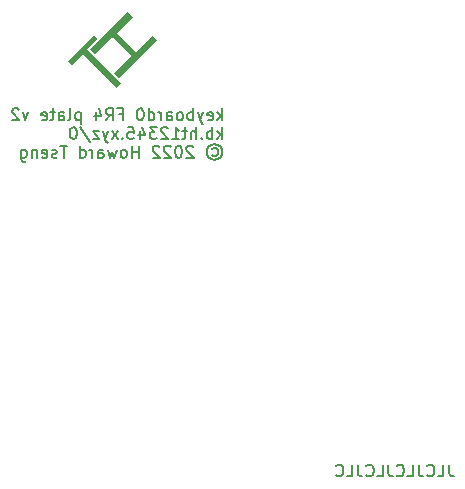
<source format=gbo>
%TF.GenerationSoftware,KiCad,Pcbnew,(5.1.10)-1*%
%TF.CreationDate,2022-01-16T21:07:38-05:00*%
%TF.ProjectId,custom_keyboard plate v2,63757374-6f6d-45f6-9b65-79626f617264,rev?*%
%TF.SameCoordinates,Original*%
%TF.FileFunction,Legend,Bot*%
%TF.FilePolarity,Positive*%
%FSLAX46Y46*%
G04 Gerber Fmt 4.6, Leading zero omitted, Abs format (unit mm)*
G04 Created by KiCad (PCBNEW (5.1.10)-1) date 2022-01-16 21:07:38*
%MOMM*%
%LPD*%
G01*
G04 APERTURE LIST*
%ADD10C,0.150000*%
%ADD11C,0.100000*%
G04 APERTURE END LIST*
D10*
X441154047Y-290740280D02*
X441154047Y-291454566D01*
X441201666Y-291597423D01*
X441296904Y-291692661D01*
X441439761Y-291740280D01*
X441535000Y-291740280D01*
X440201666Y-291740280D02*
X440677857Y-291740280D01*
X440677857Y-290740280D01*
X439296904Y-291645042D02*
X439344523Y-291692661D01*
X439487380Y-291740280D01*
X439582619Y-291740280D01*
X439725476Y-291692661D01*
X439820714Y-291597423D01*
X439868333Y-291502185D01*
X439915952Y-291311709D01*
X439915952Y-291168852D01*
X439868333Y-290978376D01*
X439820714Y-290883138D01*
X439725476Y-290787900D01*
X439582619Y-290740280D01*
X439487380Y-290740280D01*
X439344523Y-290787900D01*
X439296904Y-290835519D01*
X438582619Y-290740280D02*
X438582619Y-291454566D01*
X438630238Y-291597423D01*
X438725476Y-291692661D01*
X438868333Y-291740280D01*
X438963571Y-291740280D01*
X437630238Y-291740280D02*
X438106428Y-291740280D01*
X438106428Y-290740280D01*
X436725476Y-291645042D02*
X436773095Y-291692661D01*
X436915952Y-291740280D01*
X437011190Y-291740280D01*
X437154047Y-291692661D01*
X437249285Y-291597423D01*
X437296904Y-291502185D01*
X437344523Y-291311709D01*
X437344523Y-291168852D01*
X437296904Y-290978376D01*
X437249285Y-290883138D01*
X437154047Y-290787900D01*
X437011190Y-290740280D01*
X436915952Y-290740280D01*
X436773095Y-290787900D01*
X436725476Y-290835519D01*
X436011190Y-290740280D02*
X436011190Y-291454566D01*
X436058809Y-291597423D01*
X436154047Y-291692661D01*
X436296904Y-291740280D01*
X436392142Y-291740280D01*
X435058809Y-291740280D02*
X435535000Y-291740280D01*
X435535000Y-290740280D01*
X434154047Y-291645042D02*
X434201666Y-291692661D01*
X434344523Y-291740280D01*
X434439761Y-291740280D01*
X434582619Y-291692661D01*
X434677857Y-291597423D01*
X434725476Y-291502185D01*
X434773095Y-291311709D01*
X434773095Y-291168852D01*
X434725476Y-290978376D01*
X434677857Y-290883138D01*
X434582619Y-290787900D01*
X434439761Y-290740280D01*
X434344523Y-290740280D01*
X434201666Y-290787900D01*
X434154047Y-290835519D01*
X433439761Y-290740280D02*
X433439761Y-291454566D01*
X433487380Y-291597423D01*
X433582619Y-291692661D01*
X433725476Y-291740280D01*
X433820714Y-291740280D01*
X432487380Y-291740280D02*
X432963571Y-291740280D01*
X432963571Y-290740280D01*
X431582619Y-291645042D02*
X431630238Y-291692661D01*
X431773095Y-291740280D01*
X431868333Y-291740280D01*
X432011190Y-291692661D01*
X432106428Y-291597423D01*
X432154047Y-291502185D01*
X432201666Y-291311709D01*
X432201666Y-291168852D01*
X432154047Y-290978376D01*
X432106428Y-290883138D01*
X432011190Y-290787900D01*
X431868333Y-290740280D01*
X431773095Y-290740280D01*
X431630238Y-290787900D01*
X431582619Y-290835519D01*
X421103280Y-263992576D02*
X421198519Y-263944957D01*
X421388995Y-263944957D01*
X421484233Y-263992576D01*
X421579471Y-264087814D01*
X421627090Y-264183052D01*
X421627090Y-264373528D01*
X421579471Y-264468766D01*
X421484233Y-264564004D01*
X421388995Y-264611623D01*
X421198519Y-264611623D01*
X421103280Y-264564004D01*
X421293757Y-263611623D02*
X421531852Y-263659242D01*
X421769947Y-263802100D01*
X421912804Y-264040195D01*
X421960423Y-264278290D01*
X421912804Y-264516385D01*
X421769947Y-264754480D01*
X421531852Y-264897338D01*
X421293757Y-264944957D01*
X421055661Y-264897338D01*
X420817566Y-264754480D01*
X420674709Y-264516385D01*
X420627090Y-264278290D01*
X420674709Y-264040195D01*
X420817566Y-263802100D01*
X421055661Y-263659242D01*
X421293757Y-263611623D01*
X419484233Y-263849719D02*
X419436614Y-263802100D01*
X419341376Y-263754480D01*
X419103280Y-263754480D01*
X419008042Y-263802100D01*
X418960423Y-263849719D01*
X418912804Y-263944957D01*
X418912804Y-264040195D01*
X418960423Y-264183052D01*
X419531852Y-264754480D01*
X418912804Y-264754480D01*
X418293757Y-263754480D02*
X418198519Y-263754480D01*
X418103280Y-263802100D01*
X418055661Y-263849719D01*
X418008042Y-263944957D01*
X417960423Y-264135433D01*
X417960423Y-264373528D01*
X418008042Y-264564004D01*
X418055661Y-264659242D01*
X418103280Y-264706861D01*
X418198519Y-264754480D01*
X418293757Y-264754480D01*
X418388995Y-264706861D01*
X418436614Y-264659242D01*
X418484233Y-264564004D01*
X418531852Y-264373528D01*
X418531852Y-264135433D01*
X418484233Y-263944957D01*
X418436614Y-263849719D01*
X418388995Y-263802100D01*
X418293757Y-263754480D01*
X417579471Y-263849719D02*
X417531852Y-263802100D01*
X417436614Y-263754480D01*
X417198519Y-263754480D01*
X417103280Y-263802100D01*
X417055661Y-263849719D01*
X417008042Y-263944957D01*
X417008042Y-264040195D01*
X417055661Y-264183052D01*
X417627090Y-264754480D01*
X417008042Y-264754480D01*
X416627090Y-263849719D02*
X416579471Y-263802100D01*
X416484233Y-263754480D01*
X416246138Y-263754480D01*
X416150900Y-263802100D01*
X416103280Y-263849719D01*
X416055661Y-263944957D01*
X416055661Y-264040195D01*
X416103280Y-264183052D01*
X416674709Y-264754480D01*
X416055661Y-264754480D01*
X414865185Y-264754480D02*
X414865185Y-263754480D01*
X414865185Y-264230671D02*
X414293757Y-264230671D01*
X414293757Y-264754480D02*
X414293757Y-263754480D01*
X413674709Y-264754480D02*
X413769947Y-264706861D01*
X413817566Y-264659242D01*
X413865185Y-264564004D01*
X413865185Y-264278290D01*
X413817566Y-264183052D01*
X413769947Y-264135433D01*
X413674709Y-264087814D01*
X413531852Y-264087814D01*
X413436614Y-264135433D01*
X413388995Y-264183052D01*
X413341376Y-264278290D01*
X413341376Y-264564004D01*
X413388995Y-264659242D01*
X413436614Y-264706861D01*
X413531852Y-264754480D01*
X413674709Y-264754480D01*
X413008042Y-264087814D02*
X412817566Y-264754480D01*
X412627090Y-264278290D01*
X412436614Y-264754480D01*
X412246138Y-264087814D01*
X411436614Y-264754480D02*
X411436614Y-264230671D01*
X411484233Y-264135433D01*
X411579471Y-264087814D01*
X411769947Y-264087814D01*
X411865185Y-264135433D01*
X411436614Y-264706861D02*
X411531852Y-264754480D01*
X411769947Y-264754480D01*
X411865185Y-264706861D01*
X411912804Y-264611623D01*
X411912804Y-264516385D01*
X411865185Y-264421147D01*
X411769947Y-264373528D01*
X411531852Y-264373528D01*
X411436614Y-264325909D01*
X410960423Y-264754480D02*
X410960423Y-264087814D01*
X410960423Y-264278290D02*
X410912804Y-264183052D01*
X410865185Y-264135433D01*
X410769947Y-264087814D01*
X410674709Y-264087814D01*
X409912804Y-264754480D02*
X409912804Y-263754480D01*
X409912804Y-264706861D02*
X410008042Y-264754480D01*
X410198519Y-264754480D01*
X410293757Y-264706861D01*
X410341376Y-264659242D01*
X410388995Y-264564004D01*
X410388995Y-264278290D01*
X410341376Y-264183052D01*
X410293757Y-264135433D01*
X410198519Y-264087814D01*
X410008042Y-264087814D01*
X409912804Y-264135433D01*
X408817566Y-263754480D02*
X408246138Y-263754480D01*
X408531852Y-264754480D02*
X408531852Y-263754480D01*
X407960423Y-264706861D02*
X407865185Y-264754480D01*
X407674709Y-264754480D01*
X407579471Y-264706861D01*
X407531852Y-264611623D01*
X407531852Y-264564004D01*
X407579471Y-264468766D01*
X407674709Y-264421147D01*
X407817566Y-264421147D01*
X407912804Y-264373528D01*
X407960423Y-264278290D01*
X407960423Y-264230671D01*
X407912804Y-264135433D01*
X407817566Y-264087814D01*
X407674709Y-264087814D01*
X407579471Y-264135433D01*
X406722328Y-264706861D02*
X406817566Y-264754480D01*
X407008042Y-264754480D01*
X407103280Y-264706861D01*
X407150900Y-264611623D01*
X407150900Y-264230671D01*
X407103280Y-264135433D01*
X407008042Y-264087814D01*
X406817566Y-264087814D01*
X406722328Y-264135433D01*
X406674709Y-264230671D01*
X406674709Y-264325909D01*
X407150900Y-264421147D01*
X406246138Y-264087814D02*
X406246138Y-264754480D01*
X406246138Y-264183052D02*
X406198519Y-264135433D01*
X406103280Y-264087814D01*
X405960423Y-264087814D01*
X405865185Y-264135433D01*
X405817566Y-264230671D01*
X405817566Y-264754480D01*
X404912804Y-264087814D02*
X404912804Y-264897338D01*
X404960423Y-264992576D01*
X405008042Y-265040195D01*
X405103280Y-265087814D01*
X405246138Y-265087814D01*
X405341376Y-265040195D01*
X404912804Y-264706861D02*
X405008042Y-264754480D01*
X405198519Y-264754480D01*
X405293757Y-264706861D01*
X405341376Y-264659242D01*
X405388995Y-264564004D01*
X405388995Y-264278290D01*
X405341376Y-264183052D01*
X405293757Y-264135433D01*
X405198519Y-264087814D01*
X405008042Y-264087814D01*
X404912804Y-264135433D01*
X421912804Y-263167080D02*
X421912804Y-262167080D01*
X421817566Y-262786128D02*
X421531852Y-263167080D01*
X421531852Y-262500414D02*
X421912804Y-262881366D01*
X421103280Y-263167080D02*
X421103280Y-262167080D01*
X421103280Y-262548033D02*
X421008042Y-262500414D01*
X420817566Y-262500414D01*
X420722328Y-262548033D01*
X420674709Y-262595652D01*
X420627090Y-262690890D01*
X420627090Y-262976604D01*
X420674709Y-263071842D01*
X420722328Y-263119461D01*
X420817566Y-263167080D01*
X421008042Y-263167080D01*
X421103280Y-263119461D01*
X420198519Y-263071842D02*
X420150900Y-263119461D01*
X420198519Y-263167080D01*
X420246138Y-263119461D01*
X420198519Y-263071842D01*
X420198519Y-263167080D01*
X419722328Y-263167080D02*
X419722328Y-262167080D01*
X419293757Y-263167080D02*
X419293757Y-262643271D01*
X419341376Y-262548033D01*
X419436614Y-262500414D01*
X419579471Y-262500414D01*
X419674709Y-262548033D01*
X419722328Y-262595652D01*
X418960423Y-262500414D02*
X418579471Y-262500414D01*
X418817566Y-262167080D02*
X418817566Y-263024223D01*
X418769947Y-263119461D01*
X418674709Y-263167080D01*
X418579471Y-263167080D01*
X417722328Y-263167080D02*
X418293757Y-263167080D01*
X418008042Y-263167080D02*
X418008042Y-262167080D01*
X418103280Y-262309938D01*
X418198519Y-262405176D01*
X418293757Y-262452795D01*
X417341376Y-262262319D02*
X417293757Y-262214700D01*
X417198519Y-262167080D01*
X416960423Y-262167080D01*
X416865185Y-262214700D01*
X416817566Y-262262319D01*
X416769947Y-262357557D01*
X416769947Y-262452795D01*
X416817566Y-262595652D01*
X417388995Y-263167080D01*
X416769947Y-263167080D01*
X416436614Y-262167080D02*
X415817566Y-262167080D01*
X416150900Y-262548033D01*
X416008042Y-262548033D01*
X415912804Y-262595652D01*
X415865185Y-262643271D01*
X415817566Y-262738509D01*
X415817566Y-262976604D01*
X415865185Y-263071842D01*
X415912804Y-263119461D01*
X416008042Y-263167080D01*
X416293757Y-263167080D01*
X416388995Y-263119461D01*
X416436614Y-263071842D01*
X414960423Y-262500414D02*
X414960423Y-263167080D01*
X415198519Y-262119461D02*
X415436614Y-262833747D01*
X414817566Y-262833747D01*
X413960423Y-262167080D02*
X414436614Y-262167080D01*
X414484233Y-262643271D01*
X414436614Y-262595652D01*
X414341376Y-262548033D01*
X414103280Y-262548033D01*
X414008042Y-262595652D01*
X413960423Y-262643271D01*
X413912804Y-262738509D01*
X413912804Y-262976604D01*
X413960423Y-263071842D01*
X414008042Y-263119461D01*
X414103280Y-263167080D01*
X414341376Y-263167080D01*
X414436614Y-263119461D01*
X414484233Y-263071842D01*
X413484233Y-263071842D02*
X413436614Y-263119461D01*
X413484233Y-263167080D01*
X413531852Y-263119461D01*
X413484233Y-263071842D01*
X413484233Y-263167080D01*
X413103280Y-263167080D02*
X412579471Y-262500414D01*
X413103280Y-262500414D02*
X412579471Y-263167080D01*
X412293757Y-262500414D02*
X412055661Y-263167080D01*
X411817566Y-262500414D02*
X412055661Y-263167080D01*
X412150900Y-263405176D01*
X412198519Y-263452795D01*
X412293757Y-263500414D01*
X411531852Y-262500414D02*
X411008042Y-262500414D01*
X411531852Y-263167080D01*
X411008042Y-263167080D01*
X409912804Y-262119461D02*
X410769947Y-263405176D01*
X409388995Y-262167080D02*
X409293757Y-262167080D01*
X409198519Y-262214700D01*
X409150900Y-262262319D01*
X409103280Y-262357557D01*
X409055661Y-262548033D01*
X409055661Y-262786128D01*
X409103280Y-262976604D01*
X409150900Y-263071842D01*
X409198519Y-263119461D01*
X409293757Y-263167080D01*
X409388995Y-263167080D01*
X409484233Y-263119461D01*
X409531852Y-263071842D01*
X409579471Y-262976604D01*
X409627090Y-262786128D01*
X409627090Y-262548033D01*
X409579471Y-262357557D01*
X409531852Y-262262319D01*
X409484233Y-262214700D01*
X409388995Y-262167080D01*
X421912804Y-261579680D02*
X421912804Y-260579680D01*
X421817566Y-261198728D02*
X421531852Y-261579680D01*
X421531852Y-260913014D02*
X421912804Y-261293966D01*
X420722328Y-261532061D02*
X420817566Y-261579680D01*
X421008042Y-261579680D01*
X421103280Y-261532061D01*
X421150900Y-261436823D01*
X421150900Y-261055871D01*
X421103280Y-260960633D01*
X421008042Y-260913014D01*
X420817566Y-260913014D01*
X420722328Y-260960633D01*
X420674709Y-261055871D01*
X420674709Y-261151109D01*
X421150900Y-261246347D01*
X420341376Y-260913014D02*
X420103280Y-261579680D01*
X419865185Y-260913014D02*
X420103280Y-261579680D01*
X420198519Y-261817776D01*
X420246138Y-261865395D01*
X420341376Y-261913014D01*
X419484233Y-261579680D02*
X419484233Y-260579680D01*
X419484233Y-260960633D02*
X419388995Y-260913014D01*
X419198519Y-260913014D01*
X419103280Y-260960633D01*
X419055661Y-261008252D01*
X419008042Y-261103490D01*
X419008042Y-261389204D01*
X419055661Y-261484442D01*
X419103280Y-261532061D01*
X419198519Y-261579680D01*
X419388995Y-261579680D01*
X419484233Y-261532061D01*
X418436614Y-261579680D02*
X418531852Y-261532061D01*
X418579471Y-261484442D01*
X418627090Y-261389204D01*
X418627090Y-261103490D01*
X418579471Y-261008252D01*
X418531852Y-260960633D01*
X418436614Y-260913014D01*
X418293757Y-260913014D01*
X418198519Y-260960633D01*
X418150900Y-261008252D01*
X418103280Y-261103490D01*
X418103280Y-261389204D01*
X418150900Y-261484442D01*
X418198519Y-261532061D01*
X418293757Y-261579680D01*
X418436614Y-261579680D01*
X417246138Y-261579680D02*
X417246138Y-261055871D01*
X417293757Y-260960633D01*
X417388995Y-260913014D01*
X417579471Y-260913014D01*
X417674709Y-260960633D01*
X417246138Y-261532061D02*
X417341376Y-261579680D01*
X417579471Y-261579680D01*
X417674709Y-261532061D01*
X417722328Y-261436823D01*
X417722328Y-261341585D01*
X417674709Y-261246347D01*
X417579471Y-261198728D01*
X417341376Y-261198728D01*
X417246138Y-261151109D01*
X416769947Y-261579680D02*
X416769947Y-260913014D01*
X416769947Y-261103490D02*
X416722328Y-261008252D01*
X416674709Y-260960633D01*
X416579471Y-260913014D01*
X416484233Y-260913014D01*
X415722328Y-261579680D02*
X415722328Y-260579680D01*
X415722328Y-261532061D02*
X415817566Y-261579680D01*
X416008042Y-261579680D01*
X416103280Y-261532061D01*
X416150900Y-261484442D01*
X416198519Y-261389204D01*
X416198519Y-261103490D01*
X416150900Y-261008252D01*
X416103280Y-260960633D01*
X416008042Y-260913014D01*
X415817566Y-260913014D01*
X415722328Y-260960633D01*
X415055661Y-260579680D02*
X414960423Y-260579680D01*
X414865185Y-260627300D01*
X414817566Y-260674919D01*
X414769947Y-260770157D01*
X414722328Y-260960633D01*
X414722328Y-261198728D01*
X414769947Y-261389204D01*
X414817566Y-261484442D01*
X414865185Y-261532061D01*
X414960423Y-261579680D01*
X415055661Y-261579680D01*
X415150900Y-261532061D01*
X415198519Y-261484442D01*
X415246138Y-261389204D01*
X415293757Y-261198728D01*
X415293757Y-260960633D01*
X415246138Y-260770157D01*
X415198519Y-260674919D01*
X415150900Y-260627300D01*
X415055661Y-260579680D01*
X413198519Y-261055871D02*
X413531852Y-261055871D01*
X413531852Y-261579680D02*
X413531852Y-260579680D01*
X413055661Y-260579680D01*
X412103280Y-261579680D02*
X412436614Y-261103490D01*
X412674709Y-261579680D02*
X412674709Y-260579680D01*
X412293757Y-260579680D01*
X412198519Y-260627300D01*
X412150900Y-260674919D01*
X412103280Y-260770157D01*
X412103280Y-260913014D01*
X412150900Y-261008252D01*
X412198519Y-261055871D01*
X412293757Y-261103490D01*
X412674709Y-261103490D01*
X411246138Y-260913014D02*
X411246138Y-261579680D01*
X411484233Y-260532061D02*
X411722328Y-261246347D01*
X411103280Y-261246347D01*
X409960423Y-260913014D02*
X409960423Y-261913014D01*
X409960423Y-260960633D02*
X409865185Y-260913014D01*
X409674709Y-260913014D01*
X409579471Y-260960633D01*
X409531852Y-261008252D01*
X409484233Y-261103490D01*
X409484233Y-261389204D01*
X409531852Y-261484442D01*
X409579471Y-261532061D01*
X409674709Y-261579680D01*
X409865185Y-261579680D01*
X409960423Y-261532061D01*
X408912804Y-261579680D02*
X409008042Y-261532061D01*
X409055661Y-261436823D01*
X409055661Y-260579680D01*
X408103280Y-261579680D02*
X408103280Y-261055871D01*
X408150900Y-260960633D01*
X408246138Y-260913014D01*
X408436614Y-260913014D01*
X408531852Y-260960633D01*
X408103280Y-261532061D02*
X408198519Y-261579680D01*
X408436614Y-261579680D01*
X408531852Y-261532061D01*
X408579471Y-261436823D01*
X408579471Y-261341585D01*
X408531852Y-261246347D01*
X408436614Y-261198728D01*
X408198519Y-261198728D01*
X408103280Y-261151109D01*
X407769947Y-260913014D02*
X407388995Y-260913014D01*
X407627090Y-260579680D02*
X407627090Y-261436823D01*
X407579471Y-261532061D01*
X407484233Y-261579680D01*
X407388995Y-261579680D01*
X406674709Y-261532061D02*
X406769947Y-261579680D01*
X406960423Y-261579680D01*
X407055661Y-261532061D01*
X407103280Y-261436823D01*
X407103280Y-261055871D01*
X407055661Y-260960633D01*
X406960423Y-260913014D01*
X406769947Y-260913014D01*
X406674709Y-260960633D01*
X406627090Y-261055871D01*
X406627090Y-261151109D01*
X407103280Y-261246347D01*
X405531852Y-260913014D02*
X405293757Y-261579680D01*
X405055661Y-260913014D01*
X404722328Y-260674919D02*
X404674709Y-260627300D01*
X404579471Y-260579680D01*
X404341376Y-260579680D01*
X404246138Y-260627300D01*
X404198519Y-260674919D01*
X404150900Y-260770157D01*
X404150900Y-260865395D01*
X404198519Y-261008252D01*
X404769947Y-261579680D01*
X404150900Y-261579680D01*
D11*
%TO.C,logo*%
G36*
X410533250Y-255568954D02*
G01*
X411427542Y-254674663D01*
X411110042Y-254343933D01*
X408914000Y-256542621D01*
X409244729Y-256870704D01*
X410133729Y-255979058D01*
X412962125Y-258823329D01*
X413372229Y-258410579D01*
X410533250Y-255568954D01*
G37*
G36*
X413226708Y-258003121D02*
G01*
X416401708Y-254828121D01*
X415988958Y-254423308D01*
X414623708Y-255791204D01*
X413017687Y-254182538D01*
X414385583Y-252811996D01*
X413970187Y-252396600D01*
X410795187Y-255571600D01*
X411215875Y-255981704D01*
X412676375Y-254515913D01*
X414285042Y-256119288D01*
X412819250Y-257585079D01*
X413226708Y-258003121D01*
G37*
%TD*%
%LPC*%
M02*

</source>
